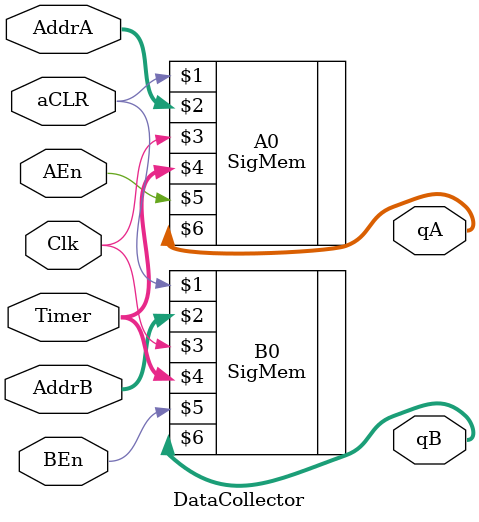
<source format=v>
module DataCollector (aCLR, Clk, AddrA, AddrB, AEn, BEn, Timer, qA, qB);

input wire Clk;
input wire aCLR;

input wire [13:0]AddrA;
input wire [13:0]AddrB;
input wire AEn;
input wire BEn;

input wire [31:0]Timer;

output wire [31:0]qA;
output wire [31:0]qB;


////****Memory Block Instantiations****\\\\
SigMem A0(aCLR, AddrA, Clk, Timer, AEn, qA);
SigMem B0(aCLR, AddrB, Clk, Timer, BEn, qB);

endmodule

</source>
